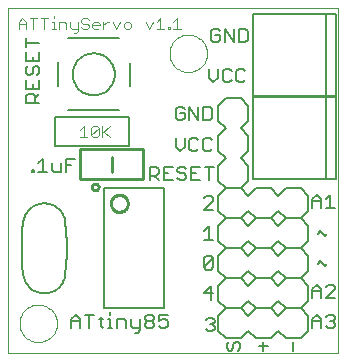
<source format=gto>
G75*
G70*
%OFA0B0*%
%FSLAX24Y24*%
%IPPOS*%
%LPD*%
%AMOC8*
5,1,8,0,0,1.08239X$1,22.5*
%
%ADD10C,0.0000*%
%ADD11C,0.0040*%
%ADD12C,0.0050*%
%ADD13C,0.0100*%
%ADD14C,0.0080*%
D10*
X000150Y000841D02*
X000150Y012341D01*
X011150Y012341D01*
X011150Y000841D01*
X000150Y000841D01*
X000525Y001841D02*
X000527Y001891D01*
X000533Y001940D01*
X000543Y001989D01*
X000556Y002036D01*
X000574Y002083D01*
X000595Y002128D01*
X000619Y002171D01*
X000647Y002212D01*
X000678Y002251D01*
X000712Y002287D01*
X000749Y002321D01*
X000789Y002351D01*
X000830Y002378D01*
X000874Y002402D01*
X000919Y002422D01*
X000966Y002438D01*
X001014Y002451D01*
X001063Y002460D01*
X001113Y002465D01*
X001162Y002466D01*
X001212Y002463D01*
X001261Y002456D01*
X001310Y002445D01*
X001357Y002431D01*
X001403Y002412D01*
X001448Y002390D01*
X001491Y002365D01*
X001531Y002336D01*
X001569Y002304D01*
X001605Y002270D01*
X001638Y002232D01*
X001667Y002192D01*
X001693Y002150D01*
X001716Y002106D01*
X001735Y002060D01*
X001751Y002013D01*
X001763Y001964D01*
X001771Y001915D01*
X001775Y001866D01*
X001775Y001816D01*
X001771Y001767D01*
X001763Y001718D01*
X001751Y001669D01*
X001735Y001622D01*
X001716Y001576D01*
X001693Y001532D01*
X001667Y001490D01*
X001638Y001450D01*
X001605Y001412D01*
X001569Y001378D01*
X001531Y001346D01*
X001491Y001317D01*
X001448Y001292D01*
X001403Y001270D01*
X001357Y001251D01*
X001310Y001237D01*
X001261Y001226D01*
X001212Y001219D01*
X001162Y001216D01*
X001113Y001217D01*
X001063Y001222D01*
X001014Y001231D01*
X000966Y001244D01*
X000919Y001260D01*
X000874Y001280D01*
X000830Y001304D01*
X000789Y001331D01*
X000749Y001361D01*
X000712Y001395D01*
X000678Y001431D01*
X000647Y001470D01*
X000619Y001511D01*
X000595Y001554D01*
X000574Y001599D01*
X000556Y001646D01*
X000543Y001693D01*
X000533Y001742D01*
X000527Y001791D01*
X000525Y001841D01*
X005525Y010841D02*
X005527Y010891D01*
X005533Y010940D01*
X005543Y010989D01*
X005556Y011036D01*
X005574Y011083D01*
X005595Y011128D01*
X005619Y011171D01*
X005647Y011212D01*
X005678Y011251D01*
X005712Y011287D01*
X005749Y011321D01*
X005789Y011351D01*
X005830Y011378D01*
X005874Y011402D01*
X005919Y011422D01*
X005966Y011438D01*
X006014Y011451D01*
X006063Y011460D01*
X006113Y011465D01*
X006162Y011466D01*
X006212Y011463D01*
X006261Y011456D01*
X006310Y011445D01*
X006357Y011431D01*
X006403Y011412D01*
X006448Y011390D01*
X006491Y011365D01*
X006531Y011336D01*
X006569Y011304D01*
X006605Y011270D01*
X006638Y011232D01*
X006667Y011192D01*
X006693Y011150D01*
X006716Y011106D01*
X006735Y011060D01*
X006751Y011013D01*
X006763Y010964D01*
X006771Y010915D01*
X006775Y010866D01*
X006775Y010816D01*
X006771Y010767D01*
X006763Y010718D01*
X006751Y010669D01*
X006735Y010622D01*
X006716Y010576D01*
X006693Y010532D01*
X006667Y010490D01*
X006638Y010450D01*
X006605Y010412D01*
X006569Y010378D01*
X006531Y010346D01*
X006491Y010317D01*
X006448Y010292D01*
X006403Y010270D01*
X006357Y010251D01*
X006310Y010237D01*
X006261Y010226D01*
X006212Y010219D01*
X006162Y010216D01*
X006113Y010217D01*
X006063Y010222D01*
X006014Y010231D01*
X005966Y010244D01*
X005919Y010260D01*
X005874Y010280D01*
X005830Y010304D01*
X005789Y010331D01*
X005749Y010361D01*
X005712Y010395D01*
X005678Y010431D01*
X005647Y010470D01*
X005619Y010511D01*
X005595Y010554D01*
X005574Y010599D01*
X005556Y010646D01*
X005543Y010693D01*
X005533Y010742D01*
X005527Y010791D01*
X005525Y010841D01*
D11*
X005532Y011651D02*
X005472Y011651D01*
X005472Y011711D01*
X005532Y011711D01*
X005532Y011651D01*
X005656Y011651D02*
X005897Y011651D01*
X005777Y011651D02*
X005777Y012011D01*
X005656Y011891D01*
X005344Y011651D02*
X005104Y011651D01*
X005224Y011651D02*
X005224Y012011D01*
X005104Y011891D01*
X004976Y011891D02*
X004856Y011651D01*
X004736Y011891D01*
X004239Y011831D02*
X004239Y011711D01*
X004179Y011651D01*
X004059Y011651D01*
X003999Y011711D01*
X003999Y011831D01*
X004059Y011891D01*
X004179Y011891D01*
X004239Y011831D01*
X003871Y011891D02*
X003751Y011651D01*
X003631Y011891D01*
X003504Y011891D02*
X003444Y011891D01*
X003324Y011771D01*
X003324Y011651D02*
X003324Y011891D01*
X003196Y011831D02*
X003196Y011771D01*
X002955Y011771D01*
X002955Y011831D02*
X003015Y011891D01*
X003136Y011891D01*
X003196Y011831D01*
X003136Y011651D02*
X003015Y011651D01*
X002955Y011711D01*
X002955Y011831D01*
X002827Y011771D02*
X002827Y011711D01*
X002767Y011651D01*
X002647Y011651D01*
X002587Y011711D01*
X002647Y011831D02*
X002767Y011831D01*
X002827Y011771D01*
X002827Y011951D02*
X002767Y012011D01*
X002647Y012011D01*
X002587Y011951D01*
X002587Y011891D01*
X002647Y011831D01*
X002459Y011891D02*
X002459Y011591D01*
X002399Y011530D01*
X002339Y011530D01*
X002279Y011651D02*
X002459Y011651D01*
X002279Y011651D02*
X002219Y011711D01*
X002219Y011891D01*
X002091Y011831D02*
X002091Y011651D01*
X002091Y011831D02*
X002031Y011891D01*
X001850Y011891D01*
X001850Y011651D01*
X001725Y011651D02*
X001605Y011651D01*
X001665Y011651D02*
X001665Y011891D01*
X001605Y011891D01*
X001665Y012011D02*
X001665Y012071D01*
X001477Y012011D02*
X001237Y012011D01*
X001357Y012011D02*
X001357Y011651D01*
X000988Y011651D02*
X000988Y012011D01*
X000868Y012011D02*
X001109Y012011D01*
X000740Y011891D02*
X000740Y011651D01*
X000740Y011831D02*
X000500Y011831D01*
X000500Y011891D02*
X000500Y011651D01*
X000500Y011891D02*
X000620Y012011D01*
X000740Y011891D01*
X002670Y008411D02*
X002670Y008051D01*
X002550Y008051D02*
X002790Y008051D01*
X002918Y008111D02*
X003159Y008351D01*
X003159Y008111D01*
X003098Y008051D01*
X002978Y008051D01*
X002918Y008111D01*
X002918Y008351D01*
X002978Y008411D01*
X003098Y008411D01*
X003159Y008351D01*
X003287Y008411D02*
X003287Y008051D01*
X003287Y008171D02*
X003527Y008411D01*
X003347Y008231D02*
X003527Y008051D01*
X002670Y008411D02*
X002550Y008291D01*
D12*
X002376Y007336D02*
X002076Y007336D01*
X002076Y006886D01*
X002076Y007111D02*
X002226Y007111D01*
X001916Y007186D02*
X001916Y006886D01*
X001691Y006886D01*
X001616Y006961D01*
X001616Y007186D01*
X001455Y006886D02*
X001155Y006886D01*
X001305Y006886D02*
X001305Y007336D01*
X001155Y007186D01*
X001000Y006961D02*
X001000Y006886D01*
X000925Y006886D01*
X000925Y006961D01*
X001000Y006961D01*
X001035Y009196D02*
X001035Y009421D01*
X000960Y009496D01*
X000810Y009496D01*
X000735Y009421D01*
X000735Y009196D01*
X001185Y009196D01*
X001035Y009346D02*
X001185Y009496D01*
X001185Y009656D02*
X001185Y009956D01*
X001110Y010116D02*
X001185Y010191D01*
X001185Y010342D01*
X001110Y010417D01*
X001035Y010417D01*
X000960Y010342D01*
X000960Y010191D01*
X000885Y010116D01*
X000810Y010116D01*
X000735Y010191D01*
X000735Y010342D01*
X000810Y010417D01*
X000735Y010577D02*
X001185Y010577D01*
X001185Y010877D01*
X000960Y010727D02*
X000960Y010577D01*
X000735Y010577D02*
X000735Y010877D01*
X000735Y011037D02*
X000735Y011337D01*
X000735Y011187D02*
X001185Y011187D01*
X000735Y009956D02*
X000735Y009656D01*
X001185Y009656D01*
X000960Y009656D02*
X000960Y009806D01*
X004865Y007066D02*
X004865Y006616D01*
X004865Y006766D02*
X005090Y006766D01*
X005165Y006841D01*
X005165Y006991D01*
X005090Y007066D01*
X004865Y007066D01*
X005015Y006766D02*
X005165Y006616D01*
X005325Y006616D02*
X005626Y006616D01*
X005786Y006691D02*
X005861Y006616D01*
X006011Y006616D01*
X006086Y006691D01*
X006086Y006766D01*
X006011Y006841D01*
X005861Y006841D01*
X005786Y006916D01*
X005786Y006991D01*
X005861Y007066D01*
X006011Y007066D01*
X006086Y006991D01*
X006246Y007066D02*
X006246Y006616D01*
X006546Y006616D01*
X006396Y006841D02*
X006246Y006841D01*
X006246Y007066D02*
X006546Y007066D01*
X006707Y007066D02*
X007007Y007066D01*
X006857Y007066D02*
X006857Y006616D01*
X006900Y006086D02*
X006750Y006086D01*
X006675Y006011D01*
X006900Y006086D02*
X006975Y006011D01*
X006975Y005936D01*
X006675Y005636D01*
X006975Y005636D01*
X006825Y005086D02*
X006825Y004636D01*
X006675Y004636D02*
X006975Y004636D01*
X006675Y004936D02*
X006825Y005086D01*
X006750Y004086D02*
X006675Y004011D01*
X006675Y003711D01*
X006975Y004011D01*
X006975Y003711D01*
X006900Y003636D01*
X006750Y003636D01*
X006675Y003711D01*
X006750Y004086D02*
X006900Y004086D01*
X006975Y004011D01*
X006900Y003086D02*
X006675Y002861D01*
X006975Y002861D01*
X006900Y002636D02*
X006900Y003086D01*
X006950Y002036D02*
X006800Y002036D01*
X006725Y001961D01*
X006875Y001811D02*
X006950Y001811D01*
X007025Y001736D01*
X007025Y001661D01*
X006950Y001586D01*
X006800Y001586D01*
X006725Y001661D01*
X006950Y001811D02*
X007025Y001886D01*
X007025Y001961D01*
X006950Y002036D01*
X007500Y001236D02*
X007425Y001161D01*
X007425Y001011D01*
X007500Y000936D01*
X007575Y000936D01*
X007650Y001011D01*
X007650Y001161D01*
X007725Y001236D01*
X007800Y001236D01*
X007875Y001161D01*
X007875Y001011D01*
X007800Y000936D01*
X008500Y001086D02*
X008800Y001086D01*
X008650Y000936D02*
X008650Y001236D01*
X009650Y001236D02*
X009650Y000936D01*
X010275Y001686D02*
X010275Y001986D01*
X010425Y002136D01*
X010575Y001986D01*
X010575Y001686D01*
X010735Y001761D02*
X010810Y001686D01*
X010961Y001686D01*
X011036Y001761D01*
X011036Y001836D01*
X010961Y001911D01*
X010886Y001911D01*
X010961Y001911D02*
X011036Y001986D01*
X011036Y002061D01*
X010961Y002136D01*
X010810Y002136D01*
X010735Y002061D01*
X010575Y001911D02*
X010275Y001911D01*
X010275Y002686D02*
X010275Y002986D01*
X010425Y003136D01*
X010575Y002986D01*
X010575Y002686D01*
X010735Y002686D02*
X011036Y002986D01*
X011036Y003061D01*
X010961Y003136D01*
X010810Y003136D01*
X010735Y003061D01*
X010575Y002911D02*
X010275Y002911D01*
X010735Y002686D02*
X011036Y002686D01*
X010700Y003761D02*
X010775Y003836D01*
X010700Y003761D02*
X010550Y003911D01*
X010475Y003836D01*
X010700Y004761D02*
X010775Y004836D01*
X010700Y004761D02*
X010550Y004911D01*
X010475Y004836D01*
X010575Y005686D02*
X010575Y005986D01*
X010425Y006136D01*
X010275Y005986D01*
X010275Y005686D01*
X010275Y005911D02*
X010575Y005911D01*
X010735Y005986D02*
X010886Y006136D01*
X010886Y005686D01*
X011036Y005686D02*
X010735Y005686D01*
X006946Y007661D02*
X006871Y007586D01*
X006721Y007586D01*
X006646Y007661D01*
X006646Y007961D01*
X006721Y008036D01*
X006871Y008036D01*
X006946Y007961D01*
X006486Y007961D02*
X006411Y008036D01*
X006260Y008036D01*
X006185Y007961D01*
X006185Y007661D01*
X006260Y007586D01*
X006411Y007586D01*
X006486Y007661D01*
X006025Y007736D02*
X006025Y008036D01*
X005725Y008036D02*
X005725Y007736D01*
X005875Y007586D01*
X006025Y007736D01*
X005626Y007066D02*
X005325Y007066D01*
X005325Y006616D01*
X005325Y006841D02*
X005476Y006841D01*
X005800Y008616D02*
X005950Y008616D01*
X006025Y008691D01*
X006025Y008841D01*
X005875Y008841D01*
X005725Y008991D02*
X005725Y008691D01*
X005800Y008616D01*
X005725Y008991D02*
X005800Y009066D01*
X005950Y009066D01*
X006025Y008991D01*
X006185Y009066D02*
X006486Y008616D01*
X006486Y009066D01*
X006646Y009066D02*
X006871Y009066D01*
X006946Y008991D01*
X006946Y008691D01*
X006871Y008616D01*
X006646Y008616D01*
X006646Y009066D01*
X006185Y009066D02*
X006185Y008616D01*
X006985Y009876D02*
X007135Y010026D01*
X007135Y010326D01*
X007295Y010251D02*
X007295Y009951D01*
X007370Y009876D01*
X007521Y009876D01*
X007596Y009951D01*
X007756Y009951D02*
X007831Y009876D01*
X007981Y009876D01*
X008056Y009951D01*
X008056Y010251D02*
X007981Y010326D01*
X007831Y010326D01*
X007756Y010251D01*
X007756Y009951D01*
X007596Y010251D02*
X007521Y010326D01*
X007370Y010326D01*
X007295Y010251D01*
X006985Y009876D02*
X006835Y010026D01*
X006835Y010326D01*
X006980Y011216D02*
X007130Y011216D01*
X007205Y011291D01*
X007205Y011441D01*
X007055Y011441D01*
X006905Y011591D02*
X006905Y011291D01*
X006980Y011216D01*
X006905Y011591D02*
X006980Y011666D01*
X007130Y011666D01*
X007205Y011591D01*
X007365Y011666D02*
X007666Y011216D01*
X007666Y011666D01*
X007826Y011666D02*
X008051Y011666D01*
X008126Y011591D01*
X008126Y011291D01*
X008051Y011216D01*
X007826Y011216D01*
X007826Y011666D01*
X007365Y011666D02*
X007365Y011216D01*
X005461Y002136D02*
X005161Y002136D01*
X005161Y001911D01*
X005311Y001986D01*
X005386Y001986D01*
X005461Y001911D01*
X005461Y001761D01*
X005386Y001686D01*
X005236Y001686D01*
X005161Y001761D01*
X005001Y001761D02*
X004926Y001686D01*
X004775Y001686D01*
X004700Y001761D01*
X004700Y001836D01*
X004775Y001911D01*
X004926Y001911D01*
X005001Y001836D01*
X005001Y001761D01*
X004926Y001911D02*
X005001Y001986D01*
X005001Y002061D01*
X004926Y002136D01*
X004775Y002136D01*
X004700Y002061D01*
X004700Y001986D01*
X004775Y001911D01*
X004540Y001986D02*
X004540Y001610D01*
X004465Y001535D01*
X004390Y001535D01*
X004315Y001686D02*
X004540Y001686D01*
X004315Y001686D02*
X004240Y001761D01*
X004240Y001986D01*
X004080Y001911D02*
X004080Y001686D01*
X004080Y001911D02*
X004005Y001986D01*
X003780Y001986D01*
X003780Y001686D01*
X003623Y001686D02*
X003473Y001686D01*
X003548Y001686D02*
X003548Y001986D01*
X003473Y001986D01*
X003316Y001986D02*
X003166Y001986D01*
X003241Y002061D02*
X003241Y001761D01*
X003316Y001686D01*
X002856Y001686D02*
X002856Y002136D01*
X003006Y002136D02*
X002705Y002136D01*
X002545Y001986D02*
X002545Y001686D01*
X002545Y001911D02*
X002245Y001911D01*
X002245Y001986D02*
X002395Y002136D01*
X002545Y001986D01*
X002245Y001986D02*
X002245Y001686D01*
X003548Y002136D02*
X003548Y002211D01*
D13*
X003567Y005841D02*
X003569Y005874D01*
X003575Y005907D01*
X003585Y005940D01*
X003598Y005970D01*
X003615Y005999D01*
X003636Y006026D01*
X003659Y006050D01*
X003685Y006071D01*
X003713Y006089D01*
X003744Y006103D01*
X003775Y006114D01*
X003808Y006121D01*
X003842Y006124D01*
X003875Y006123D01*
X003908Y006118D01*
X003941Y006109D01*
X003972Y006096D01*
X004001Y006080D01*
X004028Y006061D01*
X004053Y006038D01*
X004075Y006013D01*
X004094Y005985D01*
X004109Y005955D01*
X004121Y005924D01*
X004129Y005891D01*
X004133Y005858D01*
X004133Y005824D01*
X004129Y005791D01*
X004121Y005758D01*
X004109Y005727D01*
X004094Y005697D01*
X004075Y005669D01*
X004053Y005644D01*
X004028Y005621D01*
X004001Y005602D01*
X003972Y005586D01*
X003941Y005573D01*
X003908Y005564D01*
X003875Y005559D01*
X003842Y005558D01*
X003808Y005561D01*
X003775Y005568D01*
X003744Y005579D01*
X003713Y005593D01*
X003685Y005611D01*
X003659Y005632D01*
X003636Y005656D01*
X003615Y005683D01*
X003598Y005712D01*
X003585Y005742D01*
X003575Y005775D01*
X003569Y005808D01*
X003567Y005841D01*
X002938Y006391D02*
X002940Y006412D01*
X002946Y006431D01*
X002955Y006450D01*
X002967Y006466D01*
X002983Y006480D01*
X003000Y006491D01*
X003019Y006499D01*
X003040Y006503D01*
X003060Y006503D01*
X003081Y006499D01*
X003100Y006491D01*
X003117Y006480D01*
X003133Y006466D01*
X003145Y006450D01*
X003154Y006431D01*
X003160Y006412D01*
X003162Y006391D01*
X003160Y006370D01*
X003154Y006351D01*
X003145Y006332D01*
X003133Y006316D01*
X003117Y006302D01*
X003100Y006291D01*
X003081Y006283D01*
X003060Y006279D01*
X003040Y006279D01*
X003019Y006283D01*
X003000Y006291D01*
X002983Y006302D01*
X002967Y006316D01*
X002955Y006332D01*
X002946Y006351D01*
X002940Y006370D01*
X002938Y006391D01*
X002550Y006641D02*
X002550Y007641D01*
X004650Y007641D01*
X004650Y006641D01*
X002550Y006641D01*
X003600Y006891D02*
X003600Y007391D01*
D14*
X004190Y007768D02*
X001710Y007768D01*
X001710Y008713D01*
X004190Y008713D01*
X004190Y007768D01*
X003850Y008941D02*
X002150Y008941D01*
X001800Y009741D02*
X001800Y010545D01*
X002150Y011341D02*
X003850Y011341D01*
X004200Y010533D02*
X004200Y009741D01*
X002300Y010141D02*
X002302Y010193D01*
X002308Y010245D01*
X002318Y010297D01*
X002331Y010347D01*
X002348Y010397D01*
X002369Y010445D01*
X002394Y010491D01*
X002422Y010535D01*
X002453Y010577D01*
X002487Y010617D01*
X002524Y010654D01*
X002564Y010688D01*
X002606Y010719D01*
X002650Y010747D01*
X002696Y010772D01*
X002744Y010793D01*
X002794Y010810D01*
X002844Y010823D01*
X002896Y010833D01*
X002948Y010839D01*
X003000Y010841D01*
X003052Y010839D01*
X003104Y010833D01*
X003156Y010823D01*
X003206Y010810D01*
X003256Y010793D01*
X003304Y010772D01*
X003350Y010747D01*
X003394Y010719D01*
X003436Y010688D01*
X003476Y010654D01*
X003513Y010617D01*
X003547Y010577D01*
X003578Y010535D01*
X003606Y010491D01*
X003631Y010445D01*
X003652Y010397D01*
X003669Y010347D01*
X003682Y010297D01*
X003692Y010245D01*
X003698Y010193D01*
X003700Y010141D01*
X003698Y010089D01*
X003692Y010037D01*
X003682Y009985D01*
X003669Y009935D01*
X003652Y009885D01*
X003631Y009837D01*
X003606Y009791D01*
X003578Y009747D01*
X003547Y009705D01*
X003513Y009665D01*
X003476Y009628D01*
X003436Y009594D01*
X003394Y009563D01*
X003350Y009535D01*
X003304Y009510D01*
X003256Y009489D01*
X003206Y009472D01*
X003156Y009459D01*
X003104Y009449D01*
X003052Y009443D01*
X003000Y009441D01*
X002948Y009443D01*
X002896Y009449D01*
X002844Y009459D01*
X002794Y009472D01*
X002744Y009489D01*
X002696Y009510D01*
X002650Y009535D01*
X002606Y009563D01*
X002564Y009594D01*
X002524Y009628D01*
X002487Y009665D01*
X002453Y009705D01*
X002422Y009747D01*
X002394Y009791D01*
X002369Y009837D01*
X002348Y009885D01*
X002331Y009935D01*
X002318Y009985D01*
X002308Y010037D01*
X002302Y010089D01*
X002300Y010141D01*
X003350Y006341D02*
X003750Y006341D01*
X003950Y006341D01*
X003750Y006341D02*
X005350Y006341D01*
X005350Y002341D01*
X003350Y002341D01*
X003350Y006341D01*
X002050Y005240D02*
X002040Y005292D01*
X002026Y005343D01*
X002008Y005393D01*
X001987Y005441D01*
X001962Y005488D01*
X001934Y005532D01*
X001902Y005575D01*
X001868Y005615D01*
X001830Y005652D01*
X001790Y005686D01*
X001748Y005718D01*
X001703Y005746D01*
X001656Y005770D01*
X001608Y005791D01*
X001558Y005809D01*
X001507Y005822D01*
X001455Y005832D01*
X001403Y005838D01*
X001350Y005840D01*
X001297Y005838D01*
X001245Y005832D01*
X001193Y005822D01*
X001142Y005809D01*
X001092Y005791D01*
X001044Y005770D01*
X000997Y005746D01*
X000952Y005718D01*
X000910Y005686D01*
X000870Y005652D01*
X000832Y005615D01*
X000798Y005575D01*
X000766Y005532D01*
X000738Y005488D01*
X000713Y005441D01*
X000692Y005393D01*
X000674Y005343D01*
X000660Y005292D01*
X000650Y005240D01*
X002050Y005241D02*
X002082Y004882D01*
X002098Y004521D01*
X002098Y004161D01*
X002082Y003800D01*
X002050Y003441D01*
X002040Y003389D01*
X002026Y003338D01*
X002008Y003288D01*
X001987Y003240D01*
X001962Y003193D01*
X001934Y003149D01*
X001902Y003106D01*
X001868Y003066D01*
X001830Y003029D01*
X001790Y002995D01*
X001748Y002963D01*
X001703Y002935D01*
X001656Y002911D01*
X001608Y002890D01*
X001558Y002872D01*
X001507Y002859D01*
X001455Y002849D01*
X001403Y002843D01*
X001350Y002841D01*
X001297Y002843D01*
X001245Y002849D01*
X001193Y002859D01*
X001142Y002872D01*
X001092Y002890D01*
X001044Y002911D01*
X000997Y002935D01*
X000952Y002963D01*
X000910Y002995D01*
X000870Y003029D01*
X000832Y003066D01*
X000798Y003106D01*
X000766Y003149D01*
X000738Y003193D01*
X000713Y003240D01*
X000692Y003288D01*
X000674Y003338D01*
X000660Y003389D01*
X000650Y003441D01*
X007150Y003591D02*
X007400Y003341D01*
X007150Y003091D01*
X007150Y002591D01*
X007400Y002341D01*
X007150Y002091D01*
X007150Y001591D01*
X007400Y001341D01*
X007900Y001341D01*
X008150Y001591D01*
X008400Y001341D01*
X008900Y001341D01*
X009150Y001591D01*
X009400Y001341D01*
X009900Y001341D01*
X010150Y001591D01*
X010150Y002091D01*
X009900Y002341D01*
X009400Y002341D01*
X009150Y002091D01*
X008900Y002341D01*
X008400Y002341D01*
X008150Y002091D01*
X007900Y002341D01*
X007400Y002341D01*
X007900Y002341D01*
X008150Y002591D01*
X008400Y002341D01*
X008900Y002341D01*
X009150Y002591D01*
X009400Y002341D01*
X009900Y002341D01*
X010150Y002591D01*
X010150Y003091D01*
X009900Y003341D01*
X009400Y003341D01*
X009150Y003091D01*
X008900Y003341D01*
X008400Y003341D01*
X008150Y003091D01*
X007900Y003341D01*
X007400Y003341D01*
X007900Y003341D01*
X008150Y003591D01*
X008400Y003341D01*
X008900Y003341D01*
X009150Y003591D01*
X009400Y003341D01*
X009900Y003341D01*
X010150Y003591D01*
X010150Y004091D01*
X009900Y004341D01*
X009400Y004341D01*
X009150Y004591D01*
X008900Y004341D01*
X008400Y004341D01*
X008150Y004591D01*
X007900Y004341D01*
X007400Y004341D01*
X007150Y004591D01*
X007150Y005091D01*
X007400Y005341D01*
X007900Y005341D01*
X008150Y005591D01*
X008400Y005341D01*
X008900Y005341D01*
X009150Y005591D01*
X009400Y005341D01*
X009900Y005341D01*
X010150Y005591D01*
X010150Y006091D01*
X009900Y006341D01*
X009400Y006341D01*
X009150Y006091D01*
X008900Y006341D01*
X008400Y006341D01*
X008150Y006091D01*
X007900Y006341D01*
X007400Y006341D01*
X007150Y006591D01*
X007150Y007091D01*
X007400Y007341D01*
X007150Y007591D01*
X007150Y008091D01*
X007400Y008341D01*
X007150Y008591D01*
X007150Y009091D01*
X007400Y009341D01*
X007900Y009341D01*
X008150Y009091D01*
X008150Y008591D01*
X007900Y008341D01*
X008150Y008091D01*
X008150Y007591D01*
X007900Y007341D01*
X008150Y007091D01*
X008150Y006591D01*
X007900Y006341D01*
X007400Y006341D01*
X007150Y006091D01*
X007150Y005591D01*
X007400Y005341D01*
X007900Y005341D01*
X008150Y005091D01*
X008400Y005341D01*
X008900Y005341D01*
X009150Y005091D01*
X009400Y005341D01*
X009900Y005341D01*
X010150Y005091D01*
X010150Y004591D01*
X009900Y004341D01*
X009400Y004341D01*
X009150Y004091D01*
X008900Y004341D01*
X008400Y004341D01*
X008150Y004091D01*
X007900Y004341D01*
X007400Y004341D01*
X007150Y004091D01*
X007150Y003591D01*
X000650Y003441D02*
X000618Y003800D01*
X000602Y004161D01*
X000602Y004521D01*
X000618Y004882D01*
X000650Y005241D01*
X008311Y006652D02*
X010752Y006652D01*
X010752Y009407D01*
X011067Y009407D01*
X011067Y006652D01*
X010752Y006652D01*
X008311Y006652D02*
X008311Y009407D01*
X010752Y009407D01*
X010752Y009402D02*
X010752Y012157D01*
X011067Y012157D01*
X011067Y009402D01*
X010752Y009402D01*
X008311Y009402D01*
X008311Y012157D01*
X010752Y012157D01*
M02*

</source>
